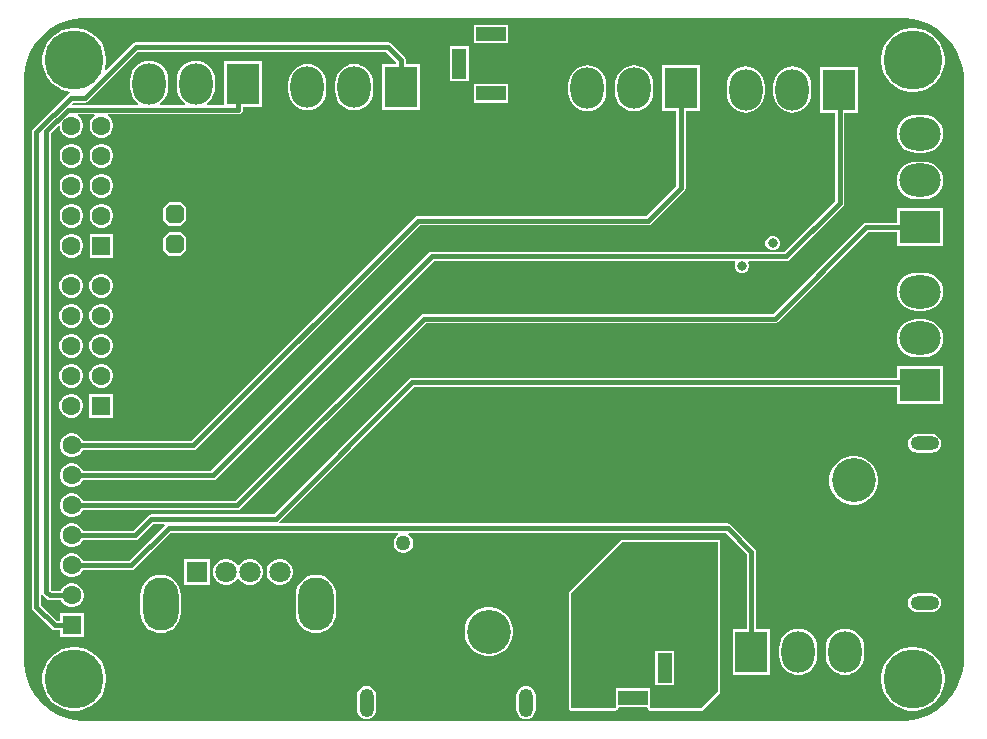
<source format=gbr>
%TF.GenerationSoftware,Altium Limited,Altium Designer,22.5.1 (42)*%
G04 Layer_Physical_Order=2*
G04 Layer_Color=36540*
%FSLAX44Y44*%
%MOMM*%
%TF.SameCoordinates,01627914-4FCA-44A5-8146-F6A238B5A28C*%
%TF.FilePolarity,Positive*%
%TF.FileFunction,Copper,L2,Inr,Signal*%
%TF.Part,Single*%
G01*
G75*
%TA.AperFunction,Conductor*%
%ADD30C,0.3810*%
%TA.AperFunction,ComponentPad*%
%ADD33C,5.0000*%
G04:AMPARAMS|DCode=34|XSize=1.6mm|YSize=1.6mm|CornerRadius=0mm|HoleSize=0mm|Usage=FLASHONLY|Rotation=90.000|XOffset=0mm|YOffset=0mm|HoleType=Round|Shape=Octagon|*
%AMOCTAGOND34*
4,1,8,0.4000,0.8000,-0.4000,0.8000,-0.8000,0.4000,-0.8000,-0.4000,-0.4000,-0.8000,0.4000,-0.8000,0.8000,-0.4000,0.8000,0.4000,0.4000,0.8000,0.0*
%
%ADD34OCTAGOND34*%

%ADD35O,3.5000X2.8000*%
%ADD36R,3.5000X2.8000*%
%ADD37O,2.8000X3.5000*%
%ADD38R,2.8000X3.5000*%
%ADD39C,1.8000*%
%ADD40R,1.8000X1.8000*%
%ADD41O,3.0000X4.5000*%
%ADD42C,3.7160*%
%ADD43R,3.7160X3.7160*%
%ADD44O,1.2000X2.4000*%
%ADD45R,1.2000X2.5000*%
%ADD46R,2.5000X1.2000*%
%ADD47R,3.7160X3.7160*%
%ADD48O,2.4000X1.2000*%
%ADD49C,1.6000*%
%ADD50R,1.6000X1.6000*%
%TA.AperFunction,ViaPad*%
%ADD51C,0.8000*%
%ADD52C,1.2700*%
G36*
X355354Y297055D02*
X362060Y295258D01*
X368474Y292601D01*
X374487Y289130D01*
X379994Y284904D01*
X384904Y279994D01*
X389130Y274487D01*
X392601Y268474D01*
X395258Y262060D01*
X397055Y255354D01*
X397961Y248471D01*
Y245000D01*
X397961Y-245000D01*
X397961Y-248471D01*
X397055Y-255354D01*
X395258Y-262060D01*
X392601Y-268474D01*
X389130Y-274487D01*
X384904Y-279994D01*
X379994Y-284904D01*
X374487Y-289130D01*
X368474Y-292601D01*
X362060Y-295258D01*
X355354Y-297055D01*
X348471Y-297961D01*
X-348471D01*
X-355354Y-297055D01*
X-362060Y-295258D01*
X-368474Y-292601D01*
X-374487Y-289130D01*
X-379994Y-284904D01*
X-384904Y-279994D01*
X-389130Y-274487D01*
X-392601Y-268474D01*
X-395258Y-262060D01*
X-397055Y-255354D01*
X-397961Y-248471D01*
X-397961Y-245000D01*
Y245000D01*
X-397961Y248471D01*
X-397055Y255354D01*
X-395258Y262060D01*
X-392601Y268474D01*
X-389130Y274487D01*
X-384904Y279994D01*
X-379994Y284904D01*
X-374487Y289130D01*
X-368474Y292601D01*
X-362060Y295258D01*
X-355354Y297055D01*
X-348471Y297961D01*
X348471D01*
X355354Y297055D01*
D02*
G37*
%LPC*%
G36*
X12500Y292000D02*
X-16500D01*
Y276000D01*
X12500D01*
Y292000D01*
D02*
G37*
G36*
X-21000Y273500D02*
X-37000D01*
Y244500D01*
X-21000D01*
Y273500D01*
D02*
G37*
G36*
X357125Y289000D02*
X352875D01*
X348677Y288335D01*
X344636Y287022D01*
X340849Y285093D01*
X337411Y282595D01*
X334406Y279589D01*
X331908Y276151D01*
X329978Y272364D01*
X328665Y268323D01*
X328000Y264125D01*
Y259875D01*
X328665Y255678D01*
X329978Y251636D01*
X331908Y247849D01*
X334406Y244411D01*
X337411Y241406D01*
X340849Y238908D01*
X344636Y236978D01*
X348677Y235665D01*
X352875Y235000D01*
X357125D01*
X361323Y235665D01*
X365364Y236978D01*
X369151Y238908D01*
X372589Y241406D01*
X375594Y244411D01*
X378092Y247849D01*
X380022Y251636D01*
X381335Y255678D01*
X382000Y259875D01*
Y264125D01*
X381335Y268323D01*
X380022Y272364D01*
X378092Y276151D01*
X375594Y279589D01*
X372589Y282595D01*
X369151Y285093D01*
X365364Y287022D01*
X361323Y288335D01*
X357125Y289000D01*
D02*
G37*
G36*
X12500Y242000D02*
X-16500D01*
Y226000D01*
X12500D01*
Y242000D01*
D02*
G37*
G36*
X-352875Y289000D02*
X-357125D01*
X-361323Y288335D01*
X-365364Y287022D01*
X-369151Y285093D01*
X-372589Y282595D01*
X-375594Y279589D01*
X-378092Y276151D01*
X-380022Y272364D01*
X-381335Y268323D01*
X-382000Y264125D01*
Y259875D01*
X-381335Y255678D01*
X-380022Y251636D01*
X-378092Y247849D01*
X-375594Y244411D01*
X-372589Y241406D01*
X-369151Y238908D01*
X-365364Y236978D01*
X-361323Y235665D01*
X-358286Y235184D01*
X-358260Y233894D01*
X-359344Y233678D01*
X-360636Y232815D01*
X-389815Y203636D01*
X-390678Y202344D01*
X-390981Y200820D01*
Y-201200D01*
X-390678Y-202724D01*
X-389815Y-204015D01*
X-374415Y-219415D01*
X-373124Y-220278D01*
X-371600Y-220581D01*
X-367000D01*
Y-226600D01*
X-347000D01*
Y-206600D01*
X-367000D01*
Y-212619D01*
X-369951D01*
X-383018Y-199551D01*
Y-191301D01*
X-382034Y-190903D01*
X-381749Y-190882D01*
X-378615Y-194015D01*
X-377324Y-194878D01*
X-375800Y-195182D01*
X-366248D01*
X-365002Y-197340D01*
X-363140Y-199202D01*
X-360860Y-200518D01*
X-358317Y-201200D01*
X-355684D01*
X-353140Y-200518D01*
X-350860Y-199202D01*
X-348998Y-197340D01*
X-347682Y-195060D01*
X-347000Y-192516D01*
Y-189883D01*
X-347682Y-187340D01*
X-348998Y-185060D01*
X-350860Y-183198D01*
X-353140Y-181882D01*
X-355684Y-181200D01*
X-358317D01*
X-360860Y-181882D01*
X-363140Y-183198D01*
X-365002Y-185060D01*
X-366248Y-187218D01*
X-374151D01*
X-375019Y-186351D01*
Y199987D01*
X-368573Y206432D01*
X-367400Y205946D01*
Y205084D01*
X-366718Y202540D01*
X-365402Y200260D01*
X-363540Y198398D01*
X-361260Y197082D01*
X-358717Y196400D01*
X-356083D01*
X-353540Y197082D01*
X-351260Y198398D01*
X-349398Y200260D01*
X-348082Y202540D01*
X-347400Y205084D01*
Y207717D01*
X-348082Y210260D01*
X-349398Y212540D01*
X-351260Y214402D01*
X-351860Y214748D01*
X-351520Y216019D01*
X-337880D01*
X-337540Y214748D01*
X-338140Y214402D01*
X-340002Y212540D01*
X-341319Y210260D01*
X-342000Y207717D01*
Y205084D01*
X-341319Y202540D01*
X-340002Y200260D01*
X-338140Y198398D01*
X-335860Y197082D01*
X-333316Y196400D01*
X-330684D01*
X-328140Y197082D01*
X-325860Y198398D01*
X-323998Y200260D01*
X-322682Y202540D01*
X-322000Y205084D01*
Y207717D01*
X-322682Y210260D01*
X-323998Y212540D01*
X-325860Y214402D01*
X-326460Y214748D01*
X-326120Y216019D01*
X-216000D01*
X-214476Y216322D01*
X-213185Y217185D01*
X-212322Y218476D01*
X-212019Y220000D01*
Y222500D01*
X-196400D01*
Y261500D01*
X-228400D01*
Y223981D01*
X-242780D01*
X-242838Y224215D01*
X-242922Y225252D01*
X-240632Y227132D01*
X-238632Y229568D01*
X-237146Y232347D01*
X-236231Y235364D01*
X-235923Y238500D01*
Y245500D01*
X-236231Y248636D01*
X-237146Y251653D01*
X-238632Y254432D01*
X-240632Y256868D01*
X-243068Y258868D01*
X-245847Y260354D01*
X-248864Y261269D01*
X-252000Y261577D01*
X-255137Y261269D01*
X-258153Y260354D01*
X-260932Y258868D01*
X-263368Y256868D01*
X-265368Y254432D01*
X-266854Y251653D01*
X-267768Y248636D01*
X-268077Y245500D01*
Y238500D01*
X-267768Y235364D01*
X-266854Y232347D01*
X-265368Y229568D01*
X-263368Y227132D01*
X-261078Y225252D01*
X-261162Y224215D01*
X-261220Y223981D01*
X-282380D01*
X-282438Y224215D01*
X-282522Y225252D01*
X-280232Y227132D01*
X-278232Y229568D01*
X-276746Y232347D01*
X-275832Y235364D01*
X-275523Y238500D01*
Y245500D01*
X-275832Y248636D01*
X-276746Y251653D01*
X-278232Y254432D01*
X-280232Y256868D01*
X-282668Y258868D01*
X-285448Y260354D01*
X-288463Y261269D01*
X-291600Y261577D01*
X-294737Y261269D01*
X-297753Y260354D01*
X-300532Y258868D01*
X-302969Y256868D01*
X-304968Y254432D01*
X-306454Y251653D01*
X-307369Y248636D01*
X-307677Y245500D01*
Y238500D01*
X-307369Y235364D01*
X-306454Y232347D01*
X-304968Y229568D01*
X-302969Y227132D01*
X-300678Y225252D01*
X-300762Y224215D01*
X-300820Y223981D01*
X-356549D01*
X-357035Y225155D01*
X-356171Y226019D01*
X-346122D01*
X-344599Y226322D01*
X-343307Y227185D01*
X-301473Y269018D01*
X-90649D01*
X-82381Y260751D01*
Y258500D01*
X-94400D01*
Y219500D01*
X-62400D01*
Y258500D01*
X-74419D01*
Y262400D01*
X-74722Y263924D01*
X-75585Y265215D01*
X-86185Y275815D01*
X-87476Y276678D01*
X-89000Y276982D01*
X-303122D01*
X-304646Y276678D01*
X-305938Y275815D01*
X-327988Y253765D01*
X-329071Y254429D01*
X-328665Y255678D01*
X-328000Y259875D01*
Y264125D01*
X-328665Y268323D01*
X-329978Y272364D01*
X-331908Y276151D01*
X-334406Y279589D01*
X-337411Y282595D01*
X-340849Y285093D01*
X-344636Y287022D01*
X-348677Y288335D01*
X-352875Y289000D01*
D02*
G37*
G36*
X-118000Y258577D02*
X-121137Y258269D01*
X-124153Y257354D01*
X-126932Y255868D01*
X-129368Y253869D01*
X-131368Y251432D01*
X-132854Y248653D01*
X-133769Y245637D01*
X-134077Y242500D01*
Y235500D01*
X-133769Y232363D01*
X-132854Y229347D01*
X-131368Y226568D01*
X-129368Y224132D01*
X-126932Y222132D01*
X-124153Y220646D01*
X-121137Y219732D01*
X-118000Y219423D01*
X-114863Y219732D01*
X-111847Y220646D01*
X-109068Y222132D01*
X-106631Y224132D01*
X-104632Y226568D01*
X-103146Y229347D01*
X-102232Y232363D01*
X-101923Y235500D01*
Y242500D01*
X-102232Y245637D01*
X-103146Y248653D01*
X-104632Y251432D01*
X-106631Y253869D01*
X-109068Y255868D01*
X-111847Y257354D01*
X-114863Y258269D01*
X-118000Y258577D01*
D02*
G37*
G36*
X-157600D02*
X-160737Y258269D01*
X-163753Y257354D01*
X-166532Y255868D01*
X-168969Y253869D01*
X-170968Y251432D01*
X-172454Y248653D01*
X-173368Y245637D01*
X-173677Y242500D01*
Y235500D01*
X-173368Y232363D01*
X-172454Y229347D01*
X-170968Y226568D01*
X-168969Y224132D01*
X-166532Y222132D01*
X-163753Y220646D01*
X-160737Y219732D01*
X-157600Y219423D01*
X-154464Y219732D01*
X-151447Y220646D01*
X-148668Y222132D01*
X-146232Y224132D01*
X-144232Y226568D01*
X-142746Y229347D01*
X-141832Y232363D01*
X-141523Y235500D01*
Y242500D01*
X-141832Y245637D01*
X-142746Y248653D01*
X-144232Y251432D01*
X-146232Y253869D01*
X-148668Y255868D01*
X-151447Y257354D01*
X-154464Y258269D01*
X-157600Y258577D01*
D02*
G37*
G36*
X119000Y257577D02*
X115863Y257269D01*
X112847Y256354D01*
X110068Y254868D01*
X107632Y252868D01*
X105632Y250432D01*
X104146Y247653D01*
X103231Y244636D01*
X102923Y241500D01*
Y234500D01*
X103231Y231364D01*
X104146Y228347D01*
X105632Y225568D01*
X107632Y223132D01*
X110068Y221132D01*
X112847Y219646D01*
X115863Y218731D01*
X119000Y218423D01*
X122136Y218731D01*
X125153Y219646D01*
X127932Y221132D01*
X130368Y223132D01*
X132368Y225568D01*
X133854Y228347D01*
X134768Y231364D01*
X135077Y234500D01*
Y241500D01*
X134768Y244636D01*
X133854Y247653D01*
X132368Y250432D01*
X130368Y252868D01*
X127932Y254868D01*
X125153Y256354D01*
X122136Y257269D01*
X119000Y257577D01*
D02*
G37*
G36*
X79400D02*
X76263Y257269D01*
X73247Y256354D01*
X70468Y254868D01*
X68032Y252868D01*
X66032Y250432D01*
X64546Y247653D01*
X63632Y244636D01*
X63323Y241500D01*
Y234500D01*
X63632Y231364D01*
X64546Y228347D01*
X66032Y225568D01*
X68032Y223132D01*
X70468Y221132D01*
X73247Y219646D01*
X76263Y218731D01*
X79400Y218423D01*
X82536Y218731D01*
X85553Y219646D01*
X88332Y221132D01*
X90768Y223132D01*
X92768Y225568D01*
X94254Y228347D01*
X95169Y231364D01*
X95477Y234500D01*
Y241500D01*
X95169Y244636D01*
X94254Y247653D01*
X92768Y250432D01*
X90768Y252868D01*
X88332Y254868D01*
X85553Y256354D01*
X82536Y257269D01*
X79400Y257577D01*
D02*
G37*
G36*
X253000Y256577D02*
X249863Y256269D01*
X246847Y255354D01*
X244068Y253868D01*
X241632Y251868D01*
X239632Y249432D01*
X238146Y246653D01*
X237232Y243636D01*
X236923Y240500D01*
Y233500D01*
X237232Y230364D01*
X238146Y227347D01*
X239632Y224568D01*
X241632Y222132D01*
X244068Y220132D01*
X246847Y218646D01*
X249863Y217731D01*
X253000Y217423D01*
X256136Y217731D01*
X259153Y218646D01*
X261932Y220132D01*
X264368Y222132D01*
X266368Y224568D01*
X267854Y227347D01*
X268769Y230364D01*
X269077Y233500D01*
Y240500D01*
X268769Y243636D01*
X267854Y246653D01*
X266368Y249432D01*
X264368Y251868D01*
X261932Y253868D01*
X259153Y255354D01*
X256136Y256269D01*
X253000Y256577D01*
D02*
G37*
G36*
X213400D02*
X210263Y256269D01*
X207247Y255354D01*
X204468Y253868D01*
X202031Y251868D01*
X200032Y249432D01*
X198546Y246653D01*
X197631Y243636D01*
X197323Y240500D01*
Y233500D01*
X197631Y230364D01*
X198546Y227347D01*
X200032Y224568D01*
X202031Y222132D01*
X204468Y220132D01*
X207247Y218646D01*
X210263Y217731D01*
X213400Y217423D01*
X216537Y217731D01*
X219552Y218646D01*
X222332Y220132D01*
X224768Y222132D01*
X226768Y224568D01*
X228254Y227347D01*
X229168Y230364D01*
X229477Y233500D01*
Y240500D01*
X229168Y243636D01*
X228254Y246653D01*
X226768Y249432D01*
X224768Y251868D01*
X222332Y253868D01*
X219552Y255354D01*
X216537Y256269D01*
X213400Y256577D01*
D02*
G37*
G36*
X364500Y215677D02*
X357500D01*
X354364Y215368D01*
X351347Y214454D01*
X348568Y212968D01*
X346132Y210968D01*
X344132Y208532D01*
X342646Y205753D01*
X341731Y202737D01*
X341423Y199600D01*
X341731Y196464D01*
X342646Y193447D01*
X344132Y190668D01*
X346132Y188232D01*
X348568Y186232D01*
X351347Y184746D01*
X354364Y183832D01*
X357500Y183523D01*
X364500D01*
X367636Y183832D01*
X370653Y184746D01*
X373432Y186232D01*
X375868Y188232D01*
X377868Y190668D01*
X379354Y193447D01*
X380269Y196464D01*
X380577Y199600D01*
X380269Y202737D01*
X379354Y205753D01*
X377868Y208532D01*
X375868Y210968D01*
X373432Y212968D01*
X370653Y214454D01*
X367636Y215368D01*
X364500Y215677D01*
D02*
G37*
G36*
X-330684Y191000D02*
X-333316D01*
X-335860Y190319D01*
X-338140Y189002D01*
X-340002Y187140D01*
X-341319Y184860D01*
X-342000Y182316D01*
Y179683D01*
X-341319Y177140D01*
X-340002Y174860D01*
X-338140Y172998D01*
X-335860Y171681D01*
X-333316Y171000D01*
X-330684D01*
X-328140Y171681D01*
X-325860Y172998D01*
X-323998Y174860D01*
X-322682Y177140D01*
X-322000Y179683D01*
Y182316D01*
X-322682Y184860D01*
X-323998Y187140D01*
X-325860Y189002D01*
X-328140Y190319D01*
X-330684Y191000D01*
D02*
G37*
G36*
X-356083D02*
X-358717D01*
X-361260Y190319D01*
X-363540Y189002D01*
X-365402Y187140D01*
X-366718Y184860D01*
X-367400Y182316D01*
Y179683D01*
X-366718Y177140D01*
X-365402Y174860D01*
X-363540Y172998D01*
X-361260Y171681D01*
X-358717Y171000D01*
X-356083D01*
X-353540Y171681D01*
X-351260Y172998D01*
X-349398Y174860D01*
X-348082Y177140D01*
X-347400Y179683D01*
Y182316D01*
X-348082Y184860D01*
X-349398Y187140D01*
X-351260Y189002D01*
X-353540Y190319D01*
X-356083Y191000D01*
D02*
G37*
G36*
X-330684Y165600D02*
X-333316D01*
X-335860Y164918D01*
X-338140Y163602D01*
X-340002Y161740D01*
X-341319Y159460D01*
X-342000Y156917D01*
Y154284D01*
X-341319Y151740D01*
X-340002Y149460D01*
X-338140Y147598D01*
X-335860Y146281D01*
X-333316Y145600D01*
X-330684D01*
X-328140Y146281D01*
X-325860Y147598D01*
X-323998Y149460D01*
X-322682Y151740D01*
X-322000Y154284D01*
Y156917D01*
X-322682Y159460D01*
X-323998Y161740D01*
X-325860Y163602D01*
X-328140Y164918D01*
X-330684Y165600D01*
D02*
G37*
G36*
X-356083D02*
X-358717D01*
X-361260Y164918D01*
X-363540Y163602D01*
X-365402Y161740D01*
X-366718Y159460D01*
X-367400Y156917D01*
Y154284D01*
X-366718Y151740D01*
X-365402Y149460D01*
X-363540Y147598D01*
X-361260Y146281D01*
X-358717Y145600D01*
X-356083D01*
X-353540Y146281D01*
X-351260Y147598D01*
X-349398Y149460D01*
X-348082Y151740D01*
X-347400Y154284D01*
Y156917D01*
X-348082Y159460D01*
X-349398Y161740D01*
X-351260Y163602D01*
X-353540Y164918D01*
X-356083Y165600D01*
D02*
G37*
G36*
X364500Y176077D02*
X357500D01*
X354364Y175769D01*
X351347Y174854D01*
X348568Y173368D01*
X346132Y171369D01*
X344132Y168932D01*
X342646Y166153D01*
X341731Y163137D01*
X341423Y160000D01*
X341731Y156863D01*
X342646Y153847D01*
X344132Y151068D01*
X346132Y148632D01*
X348568Y146632D01*
X351347Y145146D01*
X354364Y144232D01*
X357500Y143923D01*
X364500D01*
X367636Y144232D01*
X370653Y145146D01*
X373432Y146632D01*
X375868Y148632D01*
X377868Y151068D01*
X379354Y153847D01*
X380269Y156863D01*
X380577Y160000D01*
X380269Y163137D01*
X379354Y166153D01*
X377868Y168932D01*
X375868Y171369D01*
X373432Y173368D01*
X370653Y174854D01*
X367636Y175769D01*
X364500Y176077D01*
D02*
G37*
G36*
X-265000Y141700D02*
X-275000D01*
X-280000Y136700D01*
Y126700D01*
X-275000Y121700D01*
X-265000D01*
X-260000Y126700D01*
Y136700D01*
X-265000Y141700D01*
D02*
G37*
G36*
X-330684Y140200D02*
X-333316D01*
X-335860Y139518D01*
X-338140Y138202D01*
X-340002Y136340D01*
X-341319Y134060D01*
X-342000Y131517D01*
Y128883D01*
X-341319Y126340D01*
X-340002Y124060D01*
X-338140Y122198D01*
X-335860Y120882D01*
X-333316Y120200D01*
X-330684D01*
X-328140Y120882D01*
X-325860Y122198D01*
X-323998Y124060D01*
X-322682Y126340D01*
X-322000Y128883D01*
Y131517D01*
X-322682Y134060D01*
X-323998Y136340D01*
X-325860Y138202D01*
X-328140Y139518D01*
X-330684Y140200D01*
D02*
G37*
G36*
X-356083D02*
X-358717D01*
X-361260Y139518D01*
X-363540Y138202D01*
X-365402Y136340D01*
X-366718Y134060D01*
X-367400Y131517D01*
Y128883D01*
X-366718Y126340D01*
X-365402Y124060D01*
X-363540Y122198D01*
X-361260Y120882D01*
X-358717Y120200D01*
X-356083D01*
X-353540Y120882D01*
X-351260Y122198D01*
X-349398Y124060D01*
X-348082Y126340D01*
X-347400Y128883D01*
Y131517D01*
X-348082Y134060D01*
X-349398Y136340D01*
X-351260Y138202D01*
X-353540Y139518D01*
X-356083Y140200D01*
D02*
G37*
G36*
X380500Y136400D02*
X341500D01*
Y124382D01*
X315400D01*
X313876Y124079D01*
X312585Y123215D01*
X236351Y46982D01*
X-59000D01*
X-60524Y46678D01*
X-61815Y45815D01*
X-218649Y-111018D01*
X-347752D01*
X-348998Y-108860D01*
X-350860Y-106998D01*
X-353140Y-105681D01*
X-355684Y-105000D01*
X-358316D01*
X-360860Y-105681D01*
X-363140Y-106998D01*
X-365002Y-108860D01*
X-366319Y-111140D01*
X-367000Y-113684D01*
Y-116316D01*
X-366319Y-118860D01*
X-365002Y-121140D01*
X-363140Y-123002D01*
X-360860Y-124319D01*
X-358316Y-125000D01*
X-355684D01*
X-353140Y-124319D01*
X-350860Y-123002D01*
X-348998Y-121140D01*
X-347752Y-118982D01*
X-217000D01*
X-215476Y-118678D01*
X-214185Y-117815D01*
X-57351Y39018D01*
X238000D01*
X239524Y39322D01*
X240815Y40185D01*
X317049Y116419D01*
X341500D01*
Y104400D01*
X380500D01*
Y136400D01*
D02*
G37*
G36*
X237444Y113000D02*
X235056D01*
X232851Y112086D01*
X231163Y110399D01*
X230250Y108194D01*
Y105807D01*
X231163Y103601D01*
X232851Y101913D01*
X235056Y101000D01*
X237444D01*
X239649Y101913D01*
X241337Y103601D01*
X242250Y105807D01*
Y108194D01*
X241337Y110399D01*
X239649Y112086D01*
X237444Y113000D01*
D02*
G37*
G36*
X-265000Y116300D02*
X-275000D01*
X-280000Y111300D01*
Y101300D01*
X-275000Y96300D01*
X-265000D01*
X-260000Y101300D01*
Y111300D01*
X-265000Y116300D01*
D02*
G37*
G36*
X-322000Y114800D02*
X-342000D01*
Y94800D01*
X-322000D01*
Y114800D01*
D02*
G37*
G36*
X-356083D02*
X-358717D01*
X-361260Y114118D01*
X-363540Y112802D01*
X-365402Y110940D01*
X-366718Y108660D01*
X-367400Y106117D01*
Y103483D01*
X-366718Y100940D01*
X-365402Y98660D01*
X-363540Y96798D01*
X-361260Y95482D01*
X-358717Y94800D01*
X-356083D01*
X-353540Y95482D01*
X-351260Y96798D01*
X-349398Y98660D01*
X-348082Y100940D01*
X-347400Y103483D01*
Y106117D01*
X-348082Y108660D01*
X-349398Y110940D01*
X-351260Y112802D01*
X-353540Y114118D01*
X-356083Y114800D01*
D02*
G37*
G36*
X308600Y256500D02*
X276600D01*
Y217500D01*
X289018D01*
Y142649D01*
X246006Y99636D01*
X-52345D01*
X-53869Y99333D01*
X-55160Y98470D01*
X-239249Y-85618D01*
X-347752D01*
X-348998Y-83460D01*
X-350860Y-81598D01*
X-353140Y-80281D01*
X-355684Y-79600D01*
X-358317D01*
X-360860Y-80281D01*
X-363140Y-81598D01*
X-365002Y-83460D01*
X-366319Y-85740D01*
X-367000Y-88284D01*
Y-90917D01*
X-366319Y-93460D01*
X-365002Y-95740D01*
X-363140Y-97602D01*
X-360860Y-98919D01*
X-358317Y-99600D01*
X-355684D01*
X-353140Y-98919D01*
X-350860Y-97602D01*
X-348998Y-95740D01*
X-347752Y-93581D01*
X-237600D01*
X-236076Y-93278D01*
X-234785Y-92415D01*
X-50696Y91673D01*
X204029D01*
X204855Y90403D01*
X204250Y88944D01*
Y86557D01*
X205163Y84351D01*
X206851Y82663D01*
X209056Y81750D01*
X211444D01*
X213649Y82663D01*
X215337Y84351D01*
X216250Y86557D01*
Y88944D01*
X215645Y90403D01*
X216471Y91673D01*
X247655D01*
X249179Y91977D01*
X250470Y92840D01*
X295815Y138185D01*
X296678Y139476D01*
X296982Y141000D01*
Y217500D01*
X308600D01*
Y256500D01*
D02*
G37*
G36*
X-330984Y80800D02*
X-333616D01*
X-336160Y80119D01*
X-338440Y78802D01*
X-340302Y76940D01*
X-341618Y74660D01*
X-342300Y72117D01*
Y69483D01*
X-341618Y66940D01*
X-340302Y64660D01*
X-338440Y62798D01*
X-336160Y61481D01*
X-333616Y60800D01*
X-330984D01*
X-328440Y61481D01*
X-326160Y62798D01*
X-324298Y64660D01*
X-322981Y66940D01*
X-322300Y69483D01*
Y72117D01*
X-322981Y74660D01*
X-324298Y76940D01*
X-326160Y78802D01*
X-328440Y80119D01*
X-330984Y80800D01*
D02*
G37*
G36*
X-356384D02*
X-359016D01*
X-361560Y80119D01*
X-363840Y78802D01*
X-365702Y76940D01*
X-367019Y74660D01*
X-367700Y72117D01*
Y69483D01*
X-367019Y66940D01*
X-365702Y64660D01*
X-363840Y62798D01*
X-361560Y61481D01*
X-359016Y60800D01*
X-356384D01*
X-353840Y61481D01*
X-351560Y62798D01*
X-349698Y64660D01*
X-348382Y66940D01*
X-347700Y69483D01*
Y72117D01*
X-348382Y74660D01*
X-349698Y76940D01*
X-351560Y78802D01*
X-353840Y80119D01*
X-356384Y80800D01*
D02*
G37*
G36*
X364500Y82077D02*
X357500D01*
X354364Y81769D01*
X351347Y80854D01*
X348568Y79368D01*
X346132Y77368D01*
X344132Y74932D01*
X342646Y72153D01*
X341731Y69137D01*
X341423Y66000D01*
X341731Y62863D01*
X342646Y59847D01*
X344132Y57068D01*
X346132Y54632D01*
X348568Y52632D01*
X351347Y51146D01*
X354364Y50231D01*
X357500Y49923D01*
X364500D01*
X367636Y50231D01*
X370653Y51146D01*
X373432Y52632D01*
X375868Y54632D01*
X377868Y57068D01*
X379354Y59847D01*
X380269Y62863D01*
X380577Y66000D01*
X380269Y69137D01*
X379354Y72153D01*
X377868Y74932D01*
X375868Y77368D01*
X373432Y79368D01*
X370653Y80854D01*
X367636Y81769D01*
X364500Y82077D01*
D02*
G37*
G36*
X-330984Y55400D02*
X-333616D01*
X-336160Y54718D01*
X-338440Y53402D01*
X-340302Y51540D01*
X-341618Y49260D01*
X-342300Y46717D01*
Y44083D01*
X-341618Y41540D01*
X-340302Y39260D01*
X-338440Y37398D01*
X-336160Y36082D01*
X-333616Y35400D01*
X-330984D01*
X-328440Y36082D01*
X-326160Y37398D01*
X-324298Y39260D01*
X-322981Y41540D01*
X-322300Y44083D01*
Y46717D01*
X-322981Y49260D01*
X-324298Y51540D01*
X-326160Y53402D01*
X-328440Y54718D01*
X-330984Y55400D01*
D02*
G37*
G36*
X-356384D02*
X-359016D01*
X-361560Y54718D01*
X-363840Y53402D01*
X-365702Y51540D01*
X-367019Y49260D01*
X-367700Y46717D01*
Y44083D01*
X-367019Y41540D01*
X-365702Y39260D01*
X-363840Y37398D01*
X-361560Y36082D01*
X-359016Y35400D01*
X-356384D01*
X-353840Y36082D01*
X-351560Y37398D01*
X-349698Y39260D01*
X-348382Y41540D01*
X-347700Y44083D01*
Y46717D01*
X-348382Y49260D01*
X-349698Y51540D01*
X-351560Y53402D01*
X-353840Y54718D01*
X-356384Y55400D01*
D02*
G37*
G36*
X364500Y42477D02*
X357500D01*
X354364Y42168D01*
X351347Y41254D01*
X348568Y39768D01*
X346132Y37768D01*
X344132Y35332D01*
X342646Y32552D01*
X341731Y29536D01*
X341423Y26400D01*
X341731Y23263D01*
X342646Y20247D01*
X344132Y17468D01*
X346132Y15031D01*
X348568Y13032D01*
X351347Y11546D01*
X354364Y10632D01*
X357500Y10323D01*
X364500D01*
X367636Y10632D01*
X370653Y11546D01*
X373432Y13032D01*
X375868Y15031D01*
X377868Y17468D01*
X379354Y20247D01*
X380269Y23263D01*
X380577Y26400D01*
X380269Y29536D01*
X379354Y32552D01*
X377868Y35332D01*
X375868Y37768D01*
X373432Y39768D01*
X370653Y41254D01*
X367636Y42168D01*
X364500Y42477D01*
D02*
G37*
G36*
X-330984Y30000D02*
X-333616D01*
X-336160Y29318D01*
X-338440Y28002D01*
X-340302Y26140D01*
X-341618Y23860D01*
X-342300Y21317D01*
Y18684D01*
X-341618Y16140D01*
X-340302Y13860D01*
X-338440Y11998D01*
X-336160Y10682D01*
X-333616Y10000D01*
X-330984D01*
X-328440Y10682D01*
X-326160Y11998D01*
X-324298Y13860D01*
X-322981Y16140D01*
X-322300Y18684D01*
Y21317D01*
X-322981Y23860D01*
X-324298Y26140D01*
X-326160Y28002D01*
X-328440Y29318D01*
X-330984Y30000D01*
D02*
G37*
G36*
X-356384D02*
X-359016D01*
X-361560Y29318D01*
X-363840Y28002D01*
X-365702Y26140D01*
X-367019Y23860D01*
X-367700Y21317D01*
Y18684D01*
X-367019Y16140D01*
X-365702Y13860D01*
X-363840Y11998D01*
X-361560Y10682D01*
X-359016Y10000D01*
X-356384D01*
X-353840Y10682D01*
X-351560Y11998D01*
X-349698Y13860D01*
X-348382Y16140D01*
X-347700Y18684D01*
Y21317D01*
X-348382Y23860D01*
X-349698Y26140D01*
X-351560Y28002D01*
X-353840Y29318D01*
X-356384Y30000D01*
D02*
G37*
G36*
X-330984Y4600D02*
X-333616D01*
X-336160Y3918D01*
X-338440Y2602D01*
X-340302Y740D01*
X-341618Y-1540D01*
X-342300Y-4083D01*
Y-6716D01*
X-341618Y-9260D01*
X-340302Y-11540D01*
X-338440Y-13402D01*
X-336160Y-14719D01*
X-333616Y-15400D01*
X-330984D01*
X-328440Y-14719D01*
X-326160Y-13402D01*
X-324298Y-11540D01*
X-322981Y-9260D01*
X-322300Y-6716D01*
Y-4083D01*
X-322981Y-1540D01*
X-324298Y740D01*
X-326160Y2602D01*
X-328440Y3918D01*
X-330984Y4600D01*
D02*
G37*
G36*
X-356384D02*
X-359016D01*
X-361560Y3918D01*
X-363840Y2602D01*
X-365702Y740D01*
X-367019Y-1540D01*
X-367700Y-4083D01*
Y-6716D01*
X-367019Y-9260D01*
X-365702Y-11540D01*
X-363840Y-13402D01*
X-361560Y-14719D01*
X-359016Y-15400D01*
X-356384D01*
X-353840Y-14719D01*
X-351560Y-13402D01*
X-349698Y-11540D01*
X-348382Y-9260D01*
X-347700Y-6716D01*
Y-4083D01*
X-348382Y-1540D01*
X-349698Y740D01*
X-351560Y2602D01*
X-353840Y3918D01*
X-356384Y4600D01*
D02*
G37*
G36*
X380500Y2800D02*
X341500D01*
Y-7018D01*
X-69000D01*
X-70524Y-7322D01*
X-71815Y-8185D01*
X-186149Y-122519D01*
X-289750D01*
X-291274Y-122822D01*
X-292565Y-123685D01*
X-305299Y-136419D01*
X-347752D01*
X-348998Y-134260D01*
X-350860Y-132398D01*
X-353140Y-131081D01*
X-355684Y-130400D01*
X-358317D01*
X-360860Y-131081D01*
X-363140Y-132398D01*
X-365002Y-134260D01*
X-366319Y-136540D01*
X-367000Y-139083D01*
Y-141716D01*
X-366319Y-144260D01*
X-365002Y-146540D01*
X-363140Y-148402D01*
X-360860Y-149719D01*
X-358317Y-150400D01*
X-355684D01*
X-353140Y-149719D01*
X-350860Y-148402D01*
X-348998Y-146540D01*
X-347752Y-144382D01*
X-303650D01*
X-302126Y-144078D01*
X-300835Y-143215D01*
X-288101Y-130482D01*
X-278790D01*
X-278774Y-130502D01*
X-278333Y-131751D01*
X-308400Y-161819D01*
X-347752D01*
X-348998Y-159660D01*
X-350860Y-157798D01*
X-353140Y-156482D01*
X-355684Y-155800D01*
X-358317D01*
X-360860Y-156482D01*
X-363140Y-157798D01*
X-365002Y-159660D01*
X-366319Y-161940D01*
X-367000Y-164484D01*
Y-167117D01*
X-366319Y-169660D01*
X-365002Y-171940D01*
X-363140Y-173802D01*
X-360860Y-175119D01*
X-358317Y-175800D01*
X-355684D01*
X-353140Y-175119D01*
X-350860Y-173802D01*
X-348998Y-171940D01*
X-347752Y-169781D01*
X-306751D01*
X-305227Y-169478D01*
X-303935Y-168615D01*
X-273552Y-138231D01*
X-80633D01*
X-80293Y-139501D01*
X-81419Y-140152D01*
X-82973Y-141706D01*
X-84073Y-143610D01*
X-84642Y-145734D01*
Y-147932D01*
X-84073Y-150056D01*
X-82973Y-151960D01*
X-81419Y-153515D01*
X-79515Y-154614D01*
X-77391Y-155183D01*
X-75192D01*
X-73069Y-154614D01*
X-71165Y-153515D01*
X-69610Y-151960D01*
X-68511Y-150056D01*
X-67942Y-147932D01*
Y-145734D01*
X-68511Y-143610D01*
X-69610Y-141706D01*
X-71165Y-140152D01*
X-72291Y-139501D01*
X-71950Y-138231D01*
X196601D01*
X214419Y-156049D01*
Y-219500D01*
X202400D01*
Y-258500D01*
X234400D01*
Y-219500D01*
X222381D01*
Y-154400D01*
X222078Y-152876D01*
X221215Y-151585D01*
X201065Y-131435D01*
X199774Y-130572D01*
X198250Y-130268D01*
X-180910D01*
X-180927Y-130248D01*
X-181368Y-128998D01*
X-67351Y-14981D01*
X341500D01*
Y-29200D01*
X380500D01*
Y2800D01*
D02*
G37*
G36*
X-322300Y-20800D02*
X-342300D01*
Y-40800D01*
X-322300D01*
Y-20800D01*
D02*
G37*
G36*
X-356384D02*
X-359016D01*
X-361560Y-21481D01*
X-363840Y-22798D01*
X-365702Y-24660D01*
X-367019Y-26940D01*
X-367700Y-29483D01*
Y-32116D01*
X-367019Y-34660D01*
X-365702Y-36940D01*
X-363840Y-38802D01*
X-361560Y-40118D01*
X-359016Y-40800D01*
X-356384D01*
X-353840Y-40118D01*
X-351560Y-38802D01*
X-349698Y-36940D01*
X-348382Y-34660D01*
X-347700Y-32116D01*
Y-29483D01*
X-348382Y-26940D01*
X-349698Y-24660D01*
X-351560Y-22798D01*
X-353840Y-21481D01*
X-356384Y-20800D01*
D02*
G37*
G36*
X174600Y257500D02*
X142600D01*
Y218500D01*
X154619D01*
Y155249D01*
X129351Y129981D01*
X-64000D01*
X-65524Y129678D01*
X-66815Y128815D01*
X-255849Y-60219D01*
X-347752D01*
X-348998Y-58060D01*
X-350860Y-56198D01*
X-353140Y-54882D01*
X-355684Y-54200D01*
X-358317D01*
X-360860Y-54882D01*
X-363140Y-56198D01*
X-365002Y-58060D01*
X-366319Y-60340D01*
X-367000Y-62884D01*
Y-65517D01*
X-366319Y-68060D01*
X-365002Y-70340D01*
X-363140Y-72202D01*
X-360860Y-73519D01*
X-358317Y-74200D01*
X-355684D01*
X-353140Y-73519D01*
X-350860Y-72202D01*
X-348998Y-70340D01*
X-347752Y-68182D01*
X-254200D01*
X-252676Y-67878D01*
X-251385Y-67015D01*
X-62351Y122018D01*
X131000D01*
X132524Y122322D01*
X133815Y123185D01*
X161415Y150785D01*
X162278Y152076D01*
X162582Y153600D01*
Y218500D01*
X174600D01*
Y257500D01*
D02*
G37*
G36*
X371000Y-54431D02*
X359000D01*
X356912Y-54706D01*
X354966Y-55512D01*
X353294Y-56794D01*
X352012Y-58465D01*
X351206Y-60412D01*
X350931Y-62500D01*
X351206Y-64588D01*
X352012Y-66535D01*
X353294Y-68206D01*
X354966Y-69488D01*
X356912Y-70294D01*
X359000Y-70569D01*
X371000D01*
X373088Y-70294D01*
X375034Y-69488D01*
X376706Y-68206D01*
X377988Y-66535D01*
X378794Y-64588D01*
X379069Y-62500D01*
X378794Y-60412D01*
X377988Y-58465D01*
X376706Y-56794D01*
X375034Y-55512D01*
X373088Y-54706D01*
X371000Y-54431D01*
D02*
G37*
G36*
X307027Y-73420D02*
X302973D01*
X298997Y-74211D01*
X295252Y-75762D01*
X291881Y-78014D01*
X289014Y-80881D01*
X286762Y-84252D01*
X285211Y-87997D01*
X284420Y-91973D01*
Y-96027D01*
X285211Y-100003D01*
X286762Y-103748D01*
X289014Y-107119D01*
X291881Y-109986D01*
X295252Y-112238D01*
X298997Y-113789D01*
X302973Y-114580D01*
X307027D01*
X311003Y-113789D01*
X314748Y-112238D01*
X318119Y-109986D01*
X320985Y-107119D01*
X323238Y-103748D01*
X324789Y-100003D01*
X325580Y-96027D01*
Y-91973D01*
X324789Y-87997D01*
X323238Y-84252D01*
X320985Y-80881D01*
X318119Y-78014D01*
X314748Y-75762D01*
X311003Y-74211D01*
X307027Y-73420D01*
D02*
G37*
G36*
X-204752Y-160400D02*
X-207648D01*
X-210446Y-161150D01*
X-212954Y-162598D01*
X-215002Y-164646D01*
X-215565Y-165621D01*
X-216835D01*
X-217398Y-164646D01*
X-219446Y-162598D01*
X-221954Y-161150D01*
X-224752Y-160400D01*
X-227648D01*
X-230446Y-161150D01*
X-232954Y-162598D01*
X-235002Y-164646D01*
X-236450Y-167154D01*
X-237200Y-169952D01*
Y-172848D01*
X-236450Y-175646D01*
X-235002Y-178154D01*
X-232954Y-180202D01*
X-230446Y-181650D01*
X-227648Y-182400D01*
X-224752D01*
X-221954Y-181650D01*
X-219446Y-180202D01*
X-217398Y-178154D01*
X-216835Y-177179D01*
X-215565D01*
X-215002Y-178154D01*
X-212954Y-180202D01*
X-210446Y-181650D01*
X-207648Y-182400D01*
X-204752D01*
X-201954Y-181650D01*
X-199446Y-180202D01*
X-197398Y-178154D01*
X-195950Y-175646D01*
X-195200Y-172848D01*
Y-169952D01*
X-195950Y-167154D01*
X-197398Y-164646D01*
X-199446Y-162598D01*
X-201954Y-161150D01*
X-204752Y-160400D01*
D02*
G37*
G36*
X-240200D02*
X-262200D01*
Y-182400D01*
X-240200D01*
Y-160400D01*
D02*
G37*
G36*
X-179752Y-160400D02*
X-182648D01*
X-185446Y-161150D01*
X-187954Y-162598D01*
X-190002Y-164646D01*
X-191450Y-167154D01*
X-192200Y-169952D01*
Y-172848D01*
X-191450Y-175646D01*
X-190002Y-178154D01*
X-187954Y-180202D01*
X-185446Y-181650D01*
X-182648Y-182400D01*
X-179752D01*
X-176954Y-181650D01*
X-174446Y-180202D01*
X-172398Y-178154D01*
X-170950Y-175646D01*
X-170200Y-172848D01*
Y-169952D01*
X-170950Y-167154D01*
X-172398Y-164646D01*
X-174446Y-162598D01*
X-176954Y-161150D01*
X-179752Y-160400D01*
D02*
G37*
G36*
X371000Y-189431D02*
X359000D01*
X356912Y-189706D01*
X354966Y-190512D01*
X353294Y-191794D01*
X352012Y-193465D01*
X351206Y-195412D01*
X350931Y-197500D01*
X351206Y-199588D01*
X352012Y-201535D01*
X353294Y-203206D01*
X354966Y-204488D01*
X356912Y-205294D01*
X359000Y-205569D01*
X371000D01*
X373088Y-205294D01*
X375034Y-204488D01*
X376706Y-203206D01*
X377988Y-201535D01*
X378794Y-199588D01*
X379069Y-197500D01*
X378794Y-195412D01*
X377988Y-193465D01*
X376706Y-191794D01*
X375034Y-190512D01*
X373088Y-189706D01*
X371000Y-189431D01*
D02*
G37*
G36*
X-150500Y-173918D02*
X-153833Y-174246D01*
X-157037Y-175218D01*
X-159990Y-176797D01*
X-162579Y-178921D01*
X-164703Y-181510D01*
X-166282Y-184463D01*
X-167254Y-187667D01*
X-167582Y-191000D01*
Y-206000D01*
X-167254Y-209333D01*
X-166282Y-212537D01*
X-164703Y-215490D01*
X-162579Y-218079D01*
X-159990Y-220203D01*
X-157037Y-221782D01*
X-153833Y-222754D01*
X-150500Y-223082D01*
X-147167Y-222754D01*
X-143963Y-221782D01*
X-141010Y-220203D01*
X-138421Y-218079D01*
X-136297Y-215490D01*
X-134718Y-212537D01*
X-133746Y-209333D01*
X-133418Y-206000D01*
Y-191000D01*
X-133746Y-187667D01*
X-134718Y-184463D01*
X-136297Y-181510D01*
X-138421Y-178921D01*
X-141010Y-176797D01*
X-143963Y-175218D01*
X-147167Y-174246D01*
X-150500Y-173918D01*
D02*
G37*
G36*
X-281900D02*
X-285233Y-174246D01*
X-288437Y-175218D01*
X-291390Y-176797D01*
X-293979Y-178921D01*
X-296103Y-181510D01*
X-297682Y-184463D01*
X-298654Y-187667D01*
X-298982Y-191000D01*
Y-206000D01*
X-298654Y-209333D01*
X-297682Y-212537D01*
X-296103Y-215490D01*
X-293979Y-218079D01*
X-291390Y-220203D01*
X-288437Y-221782D01*
X-285233Y-222754D01*
X-281900Y-223082D01*
X-278567Y-222754D01*
X-275363Y-221782D01*
X-272410Y-220203D01*
X-269821Y-218079D01*
X-267697Y-215490D01*
X-266118Y-212537D01*
X-265146Y-209333D01*
X-264818Y-206000D01*
Y-191000D01*
X-265146Y-187667D01*
X-266118Y-184463D01*
X-267697Y-181510D01*
X-269821Y-178921D01*
X-272410Y-176797D01*
X-275363Y-175218D01*
X-278567Y-174246D01*
X-281900Y-173918D01*
D02*
G37*
G36*
X-1973Y-201420D02*
X-6027D01*
X-10003Y-202211D01*
X-13748Y-203762D01*
X-17119Y-206014D01*
X-19986Y-208881D01*
X-22238Y-212252D01*
X-23789Y-215997D01*
X-24580Y-219973D01*
Y-224027D01*
X-23789Y-228003D01*
X-22238Y-231748D01*
X-19986Y-235119D01*
X-17119Y-237985D01*
X-13748Y-240238D01*
X-10003Y-241789D01*
X-6027Y-242580D01*
X-1973D01*
X2003Y-241789D01*
X5748Y-240238D01*
X9119Y-237985D01*
X11985Y-235119D01*
X14238Y-231748D01*
X15789Y-228003D01*
X16580Y-224027D01*
Y-219973D01*
X15789Y-215997D01*
X14238Y-212252D01*
X11985Y-208881D01*
X9119Y-206014D01*
X5748Y-203762D01*
X2003Y-202211D01*
X-1973Y-201420D01*
D02*
G37*
G36*
X297600Y-219423D02*
X294464Y-219732D01*
X291447Y-220646D01*
X288668Y-222132D01*
X286232Y-224132D01*
X284232Y-226568D01*
X282746Y-229347D01*
X281831Y-232363D01*
X281523Y-235500D01*
Y-242500D01*
X281831Y-245637D01*
X282746Y-248653D01*
X284232Y-251432D01*
X286232Y-253869D01*
X288668Y-255868D01*
X291447Y-257354D01*
X294464Y-258269D01*
X297600Y-258577D01*
X300737Y-258269D01*
X303753Y-257354D01*
X306532Y-255868D01*
X308969Y-253869D01*
X310968Y-251432D01*
X312454Y-248653D01*
X313368Y-245637D01*
X313677Y-242500D01*
Y-235500D01*
X313368Y-232363D01*
X312454Y-229347D01*
X310968Y-226568D01*
X308969Y-224132D01*
X306532Y-222132D01*
X303753Y-220646D01*
X300737Y-219732D01*
X297600Y-219423D01*
D02*
G37*
G36*
X258000D02*
X254863Y-219732D01*
X251847Y-220646D01*
X249068Y-222132D01*
X246632Y-224132D01*
X244632Y-226568D01*
X243146Y-229347D01*
X242232Y-232363D01*
X241923Y-235500D01*
Y-242500D01*
X242232Y-245637D01*
X243146Y-248653D01*
X244632Y-251432D01*
X246632Y-253869D01*
X249068Y-255868D01*
X251847Y-257354D01*
X254863Y-258269D01*
X258000Y-258577D01*
X261136Y-258269D01*
X264153Y-257354D01*
X266932Y-255868D01*
X269368Y-253869D01*
X271368Y-251432D01*
X272854Y-248653D01*
X273769Y-245637D01*
X274077Y-242500D01*
Y-235500D01*
X273769Y-232363D01*
X272854Y-229347D01*
X271368Y-226568D01*
X269368Y-224132D01*
X266932Y-222132D01*
X264153Y-220646D01*
X261136Y-219732D01*
X258000Y-219423D01*
D02*
G37*
G36*
X357125Y-235000D02*
X352875D01*
X348677Y-235665D01*
X344636Y-236978D01*
X340849Y-238908D01*
X337411Y-241406D01*
X334406Y-244411D01*
X331908Y-247849D01*
X329978Y-251636D01*
X328665Y-255678D01*
X328000Y-259875D01*
Y-264125D01*
X328665Y-268323D01*
X329978Y-272364D01*
X331908Y-276151D01*
X334406Y-279589D01*
X337411Y-282595D01*
X340849Y-285093D01*
X344636Y-287022D01*
X348677Y-288335D01*
X352875Y-289000D01*
X357125D01*
X361323Y-288335D01*
X365364Y-287022D01*
X369151Y-285093D01*
X372589Y-282595D01*
X375594Y-279589D01*
X378092Y-276151D01*
X380022Y-272364D01*
X381335Y-268323D01*
X382000Y-264125D01*
Y-259875D01*
X381335Y-255678D01*
X380022Y-251636D01*
X378092Y-247849D01*
X375594Y-244411D01*
X372589Y-241406D01*
X369151Y-238908D01*
X365364Y-236978D01*
X361323Y-235665D01*
X357125Y-235000D01*
D02*
G37*
G36*
X-352875D02*
X-357125D01*
X-361323Y-235665D01*
X-365364Y-236978D01*
X-369151Y-238908D01*
X-372589Y-241406D01*
X-375594Y-244411D01*
X-378092Y-247849D01*
X-380022Y-251636D01*
X-381335Y-255678D01*
X-382000Y-259875D01*
Y-264125D01*
X-381335Y-268323D01*
X-380022Y-272364D01*
X-378092Y-276151D01*
X-375594Y-279589D01*
X-372589Y-282595D01*
X-369151Y-285093D01*
X-365364Y-287022D01*
X-361323Y-288335D01*
X-357125Y-289000D01*
X-352875D01*
X-348677Y-288335D01*
X-344636Y-287022D01*
X-340849Y-285093D01*
X-337411Y-282595D01*
X-334406Y-279589D01*
X-331908Y-276151D01*
X-329978Y-272364D01*
X-328665Y-268323D01*
X-328000Y-264125D01*
Y-259875D01*
X-328665Y-255678D01*
X-329978Y-251636D01*
X-331908Y-247849D01*
X-334406Y-244411D01*
X-337411Y-241406D01*
X-340849Y-238908D01*
X-344636Y-236978D01*
X-348677Y-235665D01*
X-352875Y-235000D01*
D02*
G37*
G36*
X190000Y-143961D02*
X109000D01*
X108220Y-144116D01*
X107558Y-144558D01*
X107558Y-144558D01*
X64558Y-187558D01*
X64116Y-188220D01*
X63961Y-189000D01*
Y-222000D01*
Y-287000D01*
X64116Y-287780D01*
X64558Y-288442D01*
X65220Y-288884D01*
X66000Y-289039D01*
X102848D01*
X103056Y-288998D01*
X103269Y-288995D01*
X103443Y-288921D01*
X103629Y-288884D01*
X103805Y-288766D01*
X104001Y-288682D01*
X104133Y-288547D01*
X104290Y-288442D01*
X104408Y-288265D01*
X104557Y-288113D01*
X105208Y-287113D01*
X105279Y-286938D01*
X105384Y-286780D01*
X105425Y-286572D01*
X105504Y-286375D01*
X106699Y-286000D01*
X129301D01*
X130496Y-286375D01*
X130575Y-286572D01*
X130616Y-286780D01*
X130721Y-286938D01*
X130792Y-287113D01*
X131443Y-288113D01*
X131592Y-288265D01*
X131710Y-288442D01*
X131867Y-288547D01*
X132000Y-288682D01*
X132195Y-288766D01*
X132371Y-288884D01*
X132557Y-288921D01*
X132731Y-288995D01*
X132943Y-288998D01*
X133152Y-289039D01*
X176000D01*
X176000Y-289039D01*
X176780Y-288884D01*
X177442Y-288442D01*
X177442Y-288442D01*
X191442Y-274442D01*
X191884Y-273780D01*
X192039Y-273000D01*
Y-146000D01*
X191884Y-145220D01*
X191442Y-144558D01*
X190780Y-144116D01*
X190000Y-143961D01*
D02*
G37*
G36*
X27500Y-267931D02*
X25412Y-268206D01*
X23465Y-269012D01*
X21794Y-270294D01*
X20512Y-271966D01*
X19706Y-273912D01*
X19431Y-276000D01*
Y-288000D01*
X19706Y-290088D01*
X20512Y-292034D01*
X21794Y-293706D01*
X23465Y-294988D01*
X25412Y-295794D01*
X27500Y-296069D01*
X29588Y-295794D01*
X31535Y-294988D01*
X33206Y-293706D01*
X34488Y-292034D01*
X35294Y-290088D01*
X35569Y-288000D01*
Y-276000D01*
X35294Y-273912D01*
X34488Y-271966D01*
X33206Y-270294D01*
X31535Y-269012D01*
X29588Y-268206D01*
X27500Y-267931D01*
D02*
G37*
G36*
X-107500D02*
X-109588Y-268206D01*
X-111535Y-269012D01*
X-113206Y-270294D01*
X-114488Y-271966D01*
X-115294Y-273912D01*
X-115569Y-276000D01*
Y-288000D01*
X-115294Y-290088D01*
X-114488Y-292034D01*
X-113206Y-293706D01*
X-111535Y-294988D01*
X-109588Y-295794D01*
X-107500Y-296069D01*
X-105412Y-295794D01*
X-103465Y-294988D01*
X-101794Y-293706D01*
X-100512Y-292034D01*
X-99706Y-290088D01*
X-99431Y-288000D01*
Y-276000D01*
X-99706Y-273912D01*
X-100512Y-271966D01*
X-101794Y-270294D01*
X-103465Y-269012D01*
X-105412Y-268206D01*
X-107500Y-267931D01*
D02*
G37*
%LPD*%
G36*
X190000Y-273000D02*
X176000Y-287000D01*
X133152D01*
X132500Y-286000D01*
X132500Y-285730D01*
Y-270000D01*
X103500D01*
Y-285730D01*
X103500Y-286000D01*
X102848Y-287000D01*
X66000D01*
Y-222000D01*
Y-189000D01*
X109000Y-146000D01*
X190000D01*
Y-273000D01*
D02*
G37*
%LPC*%
G36*
X153000Y-238500D02*
X137000D01*
Y-267500D01*
X153000D01*
Y-238500D01*
D02*
G37*
%LPD*%
D30*
X-275201Y-134250D02*
X198250D01*
X218400Y-154400D01*
X-237600Y-89600D02*
X-52345Y95655D01*
X247655D02*
X293000Y141000D01*
X-52345Y95655D02*
X247655D01*
X-357000Y-140400D02*
X-303650D01*
X-289750Y-126500D02*
X-184500D01*
X-303650Y-140400D02*
X-289750Y-126500D01*
X-306751Y-165800D02*
X-275201Y-134250D01*
X-184500Y-126500D02*
X-69000Y-11000D01*
X-357820Y230000D02*
X-346122D01*
X-303122Y273000D01*
X-387000Y200820D02*
X-357820Y230000D01*
X-89000Y273000D02*
X-78400Y262400D01*
X-303122Y273000D02*
X-89000D01*
X-78400Y239000D02*
Y262400D01*
X-387000Y-201200D02*
Y200820D01*
Y-201200D02*
X-371600Y-216600D01*
X-357000D01*
X-375800Y-191200D02*
X-357000D01*
X-379000Y-188000D02*
Y201636D01*
Y-188000D02*
X-375800Y-191200D01*
X-379000Y201636D02*
X-360636Y220000D01*
X-216000D02*
Y238400D01*
X-212400Y242000D01*
X-360636Y220000D02*
X-216000D01*
X218400Y-239000D02*
Y-154400D01*
X-357000Y-165800D02*
X-306751D01*
X358800Y-11000D02*
X361000Y-13200D01*
X-69000Y-11000D02*
X358800D01*
X-357000Y-115000D02*
X-217000D01*
X-59000Y43000D01*
X315400Y120400D02*
X361000D01*
X238000Y43000D02*
X315400Y120400D01*
X-59000Y43000D02*
X238000D01*
X292600Y237000D02*
X293000Y236600D01*
Y141000D02*
Y236600D01*
X-357000Y-89600D02*
X-237600D01*
X131000Y126000D02*
X158600Y153600D01*
Y238000D01*
X-64000Y126000D02*
X131000D01*
X-254200Y-64200D02*
X-64000Y126000D01*
X-357000Y-64200D02*
X-254200D01*
D33*
X355000Y-262000D02*
D03*
X-355000Y262000D02*
D03*
Y-262000D02*
D03*
X355000Y262000D02*
D03*
D34*
X-270000Y106300D02*
D03*
Y131700D02*
D03*
D35*
X361000Y160000D02*
D03*
Y199600D02*
D03*
Y66000D02*
D03*
Y26400D02*
D03*
D36*
Y120400D02*
D03*
Y-13200D02*
D03*
D37*
X119000Y238000D02*
D03*
X79400D02*
D03*
X213400Y237000D02*
D03*
X253000D02*
D03*
X258000Y-239000D02*
D03*
X297600D02*
D03*
X-291600Y242000D02*
D03*
X-252000D02*
D03*
X-118000Y239000D02*
D03*
X-157600D02*
D03*
D38*
X158600Y238000D02*
D03*
X292600Y237000D02*
D03*
X218400Y-239000D02*
D03*
X-212400Y242000D02*
D03*
X-78400Y239000D02*
D03*
D39*
X-206200Y-171400D02*
D03*
X-181200Y-171400D02*
D03*
X-226200Y-171400D02*
D03*
D40*
X-251200D02*
D03*
D41*
X-281900Y-198500D02*
D03*
X-150500D02*
D03*
D42*
X-4000Y-222000D02*
D03*
X305000Y-94000D02*
D03*
D43*
X-76000Y-222000D02*
D03*
D44*
X27500Y-282000D02*
D03*
X-107500D02*
D03*
D45*
X145000Y-253000D02*
D03*
X-29000Y259000D02*
D03*
D46*
X118000Y-278000D02*
D03*
Y-228000D02*
D03*
X-2000Y284000D02*
D03*
Y234000D02*
D03*
D47*
X305000Y-166000D02*
D03*
D48*
X365000Y-62500D02*
D03*
Y-197500D02*
D03*
D49*
X-357000Y-89600D02*
D03*
Y-140400D02*
D03*
Y-191200D02*
D03*
Y-165800D02*
D03*
X-357000Y-115000D02*
D03*
X-357000Y-64200D02*
D03*
X-357700Y70800D02*
D03*
X-332300D02*
D03*
X-357700Y20000D02*
D03*
X-332300D02*
D03*
X-357700Y-30800D02*
D03*
Y-5400D02*
D03*
X-332300D02*
D03*
Y45400D02*
D03*
X-357700D02*
D03*
X-357400Y181000D02*
D03*
X-332000D02*
D03*
Y130200D02*
D03*
X-357400D02*
D03*
Y104800D02*
D03*
X-332000Y155600D02*
D03*
X-357400D02*
D03*
X-332000Y206400D02*
D03*
X-357400D02*
D03*
D50*
X-357000Y-216600D02*
D03*
X-332300Y-30800D02*
D03*
X-332000Y104800D02*
D03*
D51*
X210250Y87750D02*
D03*
X236250Y107000D02*
D03*
D52*
X-76292Y-146833D02*
D03*
%TF.MD5,72875cb27e77c69fb6d52e4634622388*%
M02*

</source>
